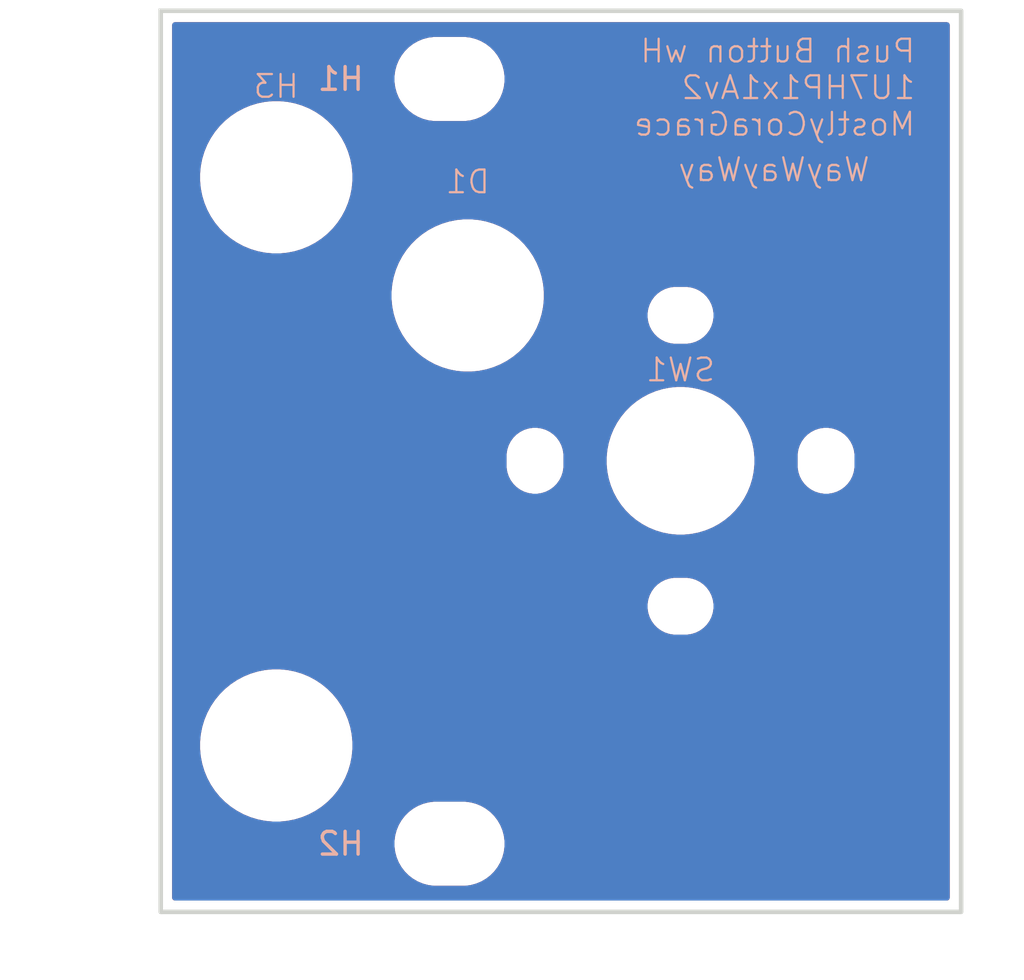
<source format=kicad_pcb>
(kicad_pcb (version 20241229) (generator "pcbnew") (generator_version "9.0")
  (layers (0 "F.Cu" signal) (2 "B.Cu" signal) (13 "F.Paste" user) (15 "B.Paste" user) (5 "F.SilkS" user "F.Silkscreen") (7 "B.SilkS" user "B.Silkscreen") (1 "F.Mask" user) (3 "B.Mask" user) (25 "Edge.Cuts" user))
  (net 0 "")
  (footprint "EXC:SW_SPST_M6_Panel_Mount_Push-Button" (layer "F.Cu") (at 22.86 22.225)
    (property "Reference" "SW1" (at 0 -4 0) (layer "B.SilkS") (effects (font (thickness 0.1)) (justify mirror)))
    (property "Value" "SW_SPST_M6_Panel_Mount_Push-Button")
    (pad "" np_thru_hole oval (at -6.4 0) (size 2 2.4) (drill oval 2 2.4) (layers "*.Cu" "*.Mask"))
    (pad "" np_thru_hole oval (at 0 -6.4) (size 2.4 2) (drill oval 2.4 2) (layers "*.Cu" "*.Mask"))
    (pad "" np_thru_hole circle (at 0 0) (size 6 6) (drill 6) (layers "*.Cu" "*.Mask"))
    (pad "" np_thru_hole oval (at 0 6.4) (size 2.4 2) (drill oval 2.4 2) (layers "*.Cu" "*.Mask"))
    (pad "" np_thru_hole oval (at 6.4 0) (size 2 2.4) (drill oval 2 2.4) (layers "*.Cu" "*.Mask"))
  )
  (footprint "EXC:MountingHole_3.2mm_M3" (layer "F.Cu") (at 12.7 39.075)
    (property "Reference" "H2" (at -3.683 0 0) (layer "B.SilkS") (effects (justify left mirror)))
    (property "Value" "Eurorack_M3_MountingHole")
    (pad "" np_thru_hole oval (at 0 0) (size 4.34 3.2) (drill oval 4.34 3.2) (layers "*.Cu" "*.Mask"))
  )
  (footprint "EXC:Handle_1UM3P25_B" (layer "F.Cu") (at 5.08 9.75)
    (property "Reference" "H3" (at 0 -4 0) (layer "B.SilkS") (effects (font (thickness 0.1)) (justify mirror)))
    (property "Value" "Handle_1UM3P25_PanelMount_B")
    (pad "" np_thru_hole circle (at 0 0) (size 6.2 6.2) (drill 6.2) (layers "*.Cu" "*.Mask"))
    (pad "" np_thru_hole circle (at 0 25) (size 6.2 6.2) (drill 6.2) (layers "*.Cu" "*.Mask"))
  )
  (footprint "EXC:6mm_Panel_Mount_LED" (layer "F.Cu") (at 13.5 14.95)
    (property "Reference" "D1" (at 0 -5 0) (layer "B.SilkS") (effects (font (thickness 0.1)) (justify mirror)))
    (property "Value" "6mm_Panel_Mount_LED")
    (pad "" np_thru_hole circle (at 0 0) (size 6.2 6.2) (drill 6.2) (layers "*.Cu" "*.Mask"))
  )
  (footprint "EXC:MountingHole_3.2mm_M3" (layer "F.Cu") (at 12.7 5.425)
    (property "Reference" "H1" (at -3.683 0 0) (layer "B.SilkS") (effects (justify left mirror)))
    (property "Value" "Eurorack_M3_MountingHole")
    (pad "" np_thru_hole oval (at 0 0) (size 4.34 3.2) (drill oval 4.34 3.2) (layers "*.Cu" "*.Mask"))
  )
  (gr_rect (start 0 2.425) (end 35.2 42.075) (stroke (width 0.2)) (fill no) (layer "Edge.Cuts"))
  (gr_text "Push Button wH\n1U7HP1x1Av2\nMostlyCoraGrace" (at 33.25 8 0) (layer "B.SilkS") (effects (font (size 1 1) (thickness 0.1)) (justify left bottom mirror)))
  (gr_text "WayWayWay" (at 31.25 10 0) (layer "B.SilkS") (effects (font (size 1 1) (thickness 0.1)) (justify left bottom mirror)))
  (zone (net 0) (net_name "") (layers "F.Cu" "B.Cu") (connect_pads (clearance 0.5)) (min_thickness 0.25) (fill yes (thermal_gap 0.5) (thermal_bridge_width 0.5) (island_removal_mode 1) (island_area_min 10))
    (polygon (pts (xy 0 2.425) (xy 35.2 2.425) (xy 35.2 42.075) (xy 0 42.075)))
  )
)
</source>
